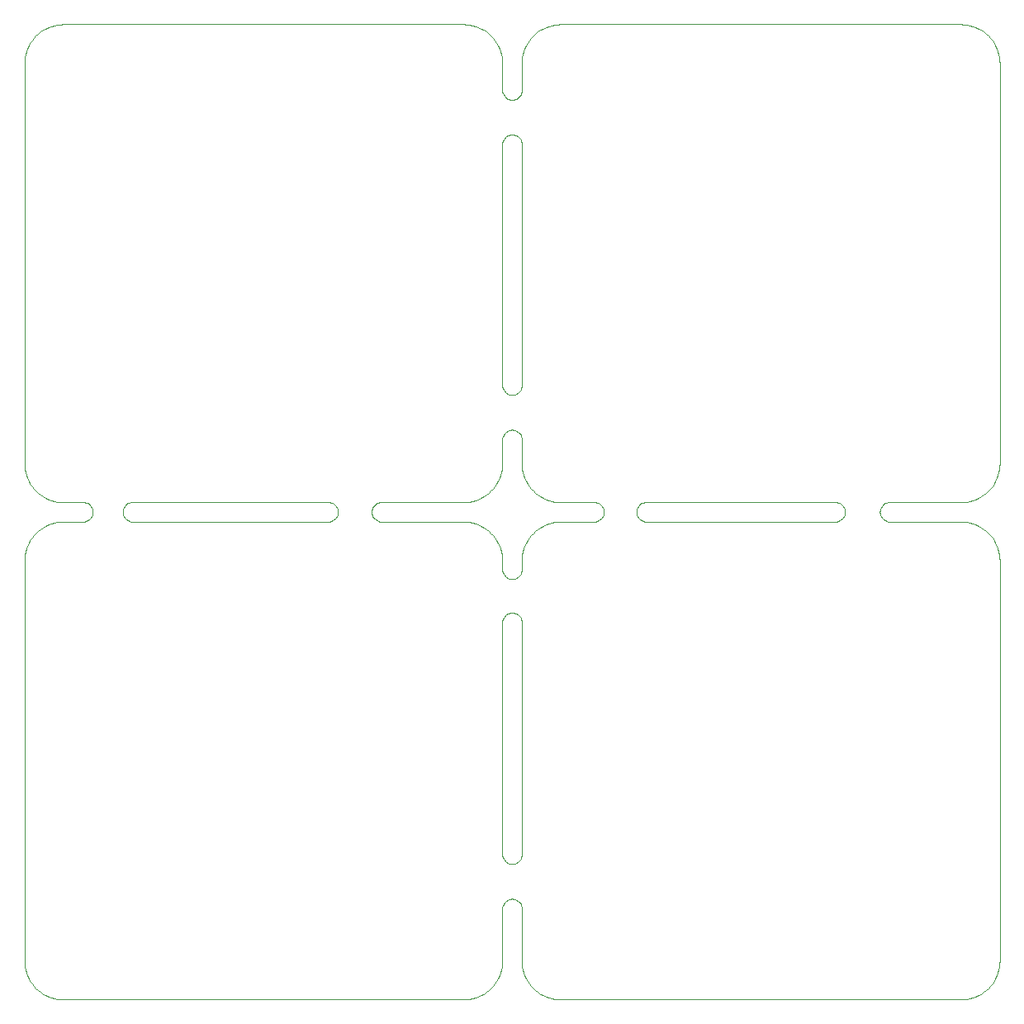
<source format=gko>
%MOIN*%
%OFA0B0*%
%FSLAX36Y36*%
%IPPOS*%
%LPD*%
%ADD10C,0*%
D10*
X000236949Y001929134D02*
X000236949Y001929134D01*
X000157479Y001929134D01*
X000145124Y001928648D01*
X000132844Y001927195D01*
X000120716Y001924782D01*
X000108815Y001921426D01*
X000097214Y001917146D01*
X000085985Y001911969D01*
X000075196Y001905927D01*
X000064915Y001899058D01*
X000055204Y001891402D01*
X000046124Y001883009D01*
X000037731Y001873928D01*
X000030075Y001864218D01*
X000023206Y001853936D01*
X000017164Y001843148D01*
X000011986Y001831918D01*
X000007707Y001820317D01*
X000004350Y001808416D01*
X000001938Y001796289D01*
X000000485Y001784009D01*
X000000000Y001771653D01*
X000000000Y000157480D01*
X000000485Y000145124D01*
X000001938Y000132845D01*
X000004350Y000120717D01*
X000007707Y000108816D01*
X000011986Y000097215D01*
X000017164Y000085985D01*
X000023206Y000075196D01*
X000030075Y000064915D01*
X000037731Y000055205D01*
X000046124Y000046125D01*
X000055204Y000037731D01*
X000064915Y000030076D01*
X000075196Y000023206D01*
X000085985Y000017164D01*
X000097214Y000011987D01*
X000108815Y000007707D01*
X000120716Y000004351D01*
X000132844Y000001938D01*
X000145124Y000000485D01*
X000157479Y000000000D01*
X001771653Y000000000D01*
X001784009Y000000485D01*
X001796288Y000001938D01*
X001808416Y000004351D01*
X001820317Y000007707D01*
X001831918Y000011987D01*
X001843147Y000017164D01*
X001853936Y000023206D01*
X001864218Y000030076D01*
X001873927Y000037731D01*
X001883008Y000046125D01*
X001891402Y000055205D01*
X001899057Y000064915D01*
X001905927Y000075196D01*
X001911969Y000085985D01*
X001917146Y000097215D01*
X001921425Y000108816D01*
X001924782Y000120717D01*
X001927194Y000132845D01*
X001928647Y000145124D01*
X001929133Y000157480D01*
X001929133Y000363974D01*
X001929133Y000363974D01*
X001929133Y000363974D01*
X001929133Y000363974D01*
X001929133Y000363975D01*
X001929133Y000363975D01*
X001929133Y000363975D01*
X001929133Y000363975D01*
X001929133Y000363975D01*
X001929133Y000363975D01*
X001929133Y000363976D01*
X001929133Y000363976D01*
X001929133Y000363976D01*
X001929133Y000363976D01*
X001929133Y000363976D01*
X001929133Y000363976D01*
X001929133Y000363977D01*
X001929133Y000363977D01*
X001929133Y000363977D01*
X001929133Y000363977D01*
X001929133Y000363977D01*
X001929133Y000367405D01*
X001929618Y000373564D01*
X001931061Y000379571D01*
X001933426Y000385278D01*
X001936654Y000390545D01*
X001940666Y000395242D01*
X001945364Y000399254D01*
X001950632Y000402482D01*
X001956339Y000404846D01*
X001962346Y000406287D01*
X001968505Y000406772D01*
X001974664Y000406287D01*
X001980671Y000404844D01*
X001986378Y000402480D01*
X001991645Y000399252D01*
X001996343Y000395240D01*
X002000355Y000390542D01*
X002003582Y000385275D01*
X002005947Y000379567D01*
X002007389Y000373560D01*
X002007873Y000367402D01*
X002007873Y000157480D01*
X002008359Y000145124D01*
X002009812Y000132845D01*
X002012224Y000120717D01*
X002015581Y000108816D01*
X002019861Y000097215D01*
X002025038Y000085985D01*
X002031080Y000075196D01*
X002037949Y000064915D01*
X002045605Y000055205D01*
X002053998Y000046125D01*
X002063078Y000037731D01*
X002072789Y000030076D01*
X002083070Y000023206D01*
X002093859Y000017164D01*
X002105088Y000011987D01*
X002116689Y000007707D01*
X002128590Y000004351D01*
X002140718Y000001938D01*
X002152998Y000000485D01*
X002165353Y000000000D01*
X003779527Y000000000D01*
X003791883Y000000485D01*
X003804162Y000001938D01*
X003816290Y000004351D01*
X003828191Y000007707D01*
X003839792Y000011987D01*
X003851021Y000017164D01*
X003861811Y000023206D01*
X003872092Y000030076D01*
X003881801Y000037731D01*
X003890882Y000046125D01*
X003899276Y000055205D01*
X003906931Y000064915D01*
X003913801Y000075196D01*
X003919843Y000085985D01*
X003925020Y000097215D01*
X003929299Y000108816D01*
X003932656Y000120717D01*
X003935068Y000132845D01*
X003936522Y000145124D01*
X003937007Y000157480D01*
X003937007Y001771653D01*
X003936522Y001784009D01*
X003935068Y001796289D01*
X003932656Y001808416D01*
X003929299Y001820317D01*
X003925020Y001831918D01*
X003919843Y001843148D01*
X003913801Y001853936D01*
X003906931Y001864218D01*
X003899276Y001873928D01*
X003890882Y001883009D01*
X003881801Y001891402D01*
X003872092Y001899058D01*
X003861811Y001905927D01*
X003851021Y001911969D01*
X003839792Y001917146D01*
X003828191Y001921426D01*
X003816290Y001924782D01*
X003804162Y001927195D01*
X003791883Y001928648D01*
X003779527Y001929134D01*
X003492121Y001929134D01*
X003485962Y001929618D01*
X003479954Y001931061D01*
X003474247Y001933425D01*
X003468979Y001936653D01*
X003464282Y001940665D01*
X003460269Y001945363D01*
X003457042Y001950630D01*
X003454677Y001956338D01*
X003453235Y001962345D01*
X003452750Y001968504D01*
X003453235Y001974663D01*
X003454677Y001980670D01*
X003457042Y001986377D01*
X003460269Y001991645D01*
X003464282Y001996343D01*
X003468979Y002000355D01*
X003474247Y002003583D01*
X003479954Y002005947D01*
X003485962Y002007389D01*
X003492121Y002007874D01*
X003495548Y002007874D01*
X003779527Y002007874D01*
X003791883Y002008359D01*
X003804162Y002009812D01*
X003816290Y002012225D01*
X003828191Y002015581D01*
X003839792Y002019861D01*
X003851021Y002025038D01*
X003861811Y002031080D01*
X003872092Y002037950D01*
X003881801Y002045605D01*
X003890882Y002053999D01*
X003899276Y002063079D01*
X003906931Y002072789D01*
X003913801Y002083071D01*
X003919843Y002093859D01*
X003925020Y002105089D01*
X003929299Y002116690D01*
X003932656Y002128591D01*
X003935068Y002140719D01*
X003936522Y002152998D01*
X003937007Y002165354D01*
X003937007Y003779527D01*
X003936522Y003791883D01*
X003935068Y003804163D01*
X003932656Y003816290D01*
X003929299Y003828191D01*
X003925020Y003839792D01*
X003919843Y003851022D01*
X003913801Y003861810D01*
X003906931Y003872092D01*
X003899276Y003881802D01*
X003890882Y003890883D01*
X003881801Y003899276D01*
X003872092Y003906932D01*
X003861811Y003913801D01*
X003851021Y003919843D01*
X003839792Y003925020D01*
X003828191Y003929300D01*
X003816290Y003932657D01*
X003804162Y003935069D01*
X003791883Y003936522D01*
X003779527Y003937008D01*
X002165353Y003937008D01*
X002152998Y003936522D01*
X002140718Y003935069D01*
X002128590Y003932657D01*
X002116689Y003929300D01*
X002105088Y003925020D01*
X002093859Y003919843D01*
X002083070Y003913801D01*
X002072789Y003906932D01*
X002063078Y003899276D01*
X002053998Y003890883D01*
X002045605Y003881802D01*
X002037949Y003872092D01*
X002031080Y003861810D01*
X002025038Y003851022D01*
X002019861Y003839792D01*
X002015581Y003828191D01*
X002012224Y003816290D01*
X002009812Y003804163D01*
X002008359Y003791883D01*
X002007873Y003779527D01*
X002007873Y003671304D01*
X002007389Y003665145D01*
X002005947Y003659138D01*
X002003582Y003653431D01*
X002000355Y003648163D01*
X001996343Y003643465D01*
X001991645Y003639453D01*
X001986378Y003636225D01*
X001980671Y003633861D01*
X001974664Y003632419D01*
X001968505Y003631934D01*
X001962346Y003632418D01*
X001956339Y003633860D01*
X001950632Y003636224D01*
X001945364Y003639451D01*
X001940666Y003643463D01*
X001936654Y003648160D01*
X001933426Y003653427D01*
X001931061Y003659135D01*
X001929618Y003665142D01*
X001929133Y003671300D01*
X001929133Y003674728D01*
X001929133Y003674728D01*
X001929133Y003674728D01*
X001929133Y003674729D01*
X001929133Y003674729D01*
X001929133Y003674729D01*
X001929133Y003674729D01*
X001929133Y003674729D01*
X001929133Y003674729D01*
X001929133Y003674730D01*
X001929133Y003674730D01*
X001929133Y003674730D01*
X001929133Y003674730D01*
X001929133Y003674730D01*
X001929133Y003674731D01*
X001929133Y003674731D01*
X001929133Y003674731D01*
X001929133Y003674731D01*
X001929133Y003674731D01*
X001929133Y003674731D01*
X001929133Y003674732D01*
X001929133Y003779527D01*
X001928647Y003791883D01*
X001927194Y003804163D01*
X001924782Y003816290D01*
X001921425Y003828191D01*
X001917146Y003839792D01*
X001911969Y003851022D01*
X001905927Y003861810D01*
X001899057Y003872092D01*
X001891402Y003881802D01*
X001883008Y003890883D01*
X001873927Y003899276D01*
X001864218Y003906932D01*
X001853936Y003913801D01*
X001843147Y003919843D01*
X001831918Y003925020D01*
X001820317Y003929300D01*
X001808416Y003932657D01*
X001796288Y003935069D01*
X001784009Y003936522D01*
X001771653Y003937008D01*
X000157479Y003937008D01*
X000145124Y003936522D01*
X000132844Y003935069D01*
X000120716Y003932657D01*
X000108815Y003929300D01*
X000097214Y003925020D01*
X000085985Y003919843D01*
X000075196Y003913801D01*
X000064915Y003906932D01*
X000055204Y003899276D01*
X000046124Y003890883D01*
X000037731Y003881802D01*
X000030075Y003872092D01*
X000023206Y003861810D01*
X000017164Y003851022D01*
X000011986Y003839792D01*
X000007707Y003828191D01*
X000004350Y003816290D01*
X000001938Y003804163D01*
X000000485Y003791883D01*
X000000000Y003779527D01*
X000000000Y002165354D01*
X000000485Y002152998D01*
X000001938Y002140719D01*
X000004350Y002128591D01*
X000007707Y002116690D01*
X000011986Y002105089D01*
X000017164Y002093859D01*
X000023206Y002083071D01*
X000030075Y002072789D01*
X000037731Y002063079D01*
X000046124Y002053999D01*
X000055204Y002045605D01*
X000064915Y002037950D01*
X000075196Y002031080D01*
X000085985Y002025038D01*
X000097214Y002019861D01*
X000108815Y002015581D01*
X000120716Y002012225D01*
X000132844Y002009812D01*
X000145124Y002008359D01*
X000157479Y002007874D01*
X000219350Y002007874D01*
X000236949Y002007874D01*
X000243108Y002007389D01*
X000249115Y002005947D01*
X000254823Y002003583D01*
X000260090Y002000355D01*
X000264788Y001996343D01*
X000268800Y001991645D01*
X000272028Y001986377D01*
X000274392Y001980670D01*
X000275835Y001974663D01*
X000276319Y001968504D01*
X000275835Y001962345D01*
X000274392Y001956338D01*
X000272028Y001950630D01*
X000268800Y001945363D01*
X000264788Y001940665D01*
X000260090Y001936653D01*
X000254823Y001933425D01*
X000249115Y001931061D01*
X000243108Y001929618D01*
X000236949Y001929134D01*
X002509450Y001929134D02*
X002509450Y001929134D01*
X002503291Y001929618D01*
X002497284Y001931061D01*
X002491576Y001933425D01*
X002486308Y001936653D01*
X002481611Y001940665D01*
X002477599Y001945363D01*
X002474371Y001950630D01*
X002472006Y001956338D01*
X002470564Y001962345D01*
X002470080Y001968504D01*
X002470564Y001974663D01*
X002472006Y001980670D01*
X002474371Y001986377D01*
X002477599Y001991645D01*
X002481611Y001996343D01*
X002486308Y002000355D01*
X002491576Y002003583D01*
X002497284Y002005947D01*
X002503291Y002007389D01*
X002509450Y002007874D01*
X002519823Y002007874D01*
X003269647Y002007874D01*
X003273075Y002007874D01*
X003279234Y002007389D01*
X003285241Y002005947D01*
X003290948Y002003583D01*
X003296216Y002000355D01*
X003300914Y001996343D01*
X003304926Y001991645D01*
X003308154Y001986377D01*
X003310518Y001980670D01*
X003311960Y001974663D01*
X003312445Y001968504D01*
X003311960Y001962345D01*
X003310518Y001956338D01*
X003308154Y001950630D01*
X003304926Y001945363D01*
X003300914Y001940665D01*
X003296216Y001936653D01*
X003290948Y001933425D01*
X003285241Y001931061D01*
X003279234Y001929618D01*
X003273075Y001929134D01*
X002509450Y001929134D01*
X001929133Y001515189D02*
X001929133Y001515189D01*
X001929133Y001515189D01*
X001929133Y001515189D01*
X001929133Y001515190D01*
X001929133Y001515190D01*
X001929133Y001515190D01*
X001929133Y001515190D01*
X001929133Y001515190D01*
X001929133Y001515190D01*
X001929133Y001515190D01*
X001929133Y001515190D01*
X001929133Y001515190D01*
X001929133Y001515190D01*
X001929133Y001515190D01*
X001929133Y001515190D01*
X001929133Y001515191D01*
X001929133Y001515191D01*
X001929133Y001515191D01*
X001929133Y001515191D01*
X001929133Y001515191D01*
X001929133Y001515191D01*
X001929133Y001522069D01*
X001929618Y001528228D01*
X001931061Y001534235D01*
X001933425Y001539942D01*
X001936653Y001545209D01*
X001940665Y001549907D01*
X001945363Y001553919D01*
X001950631Y001557147D01*
X001956338Y001559511D01*
X001962345Y001560953D01*
X001968504Y001561437D01*
X001974663Y001560952D01*
X001980670Y001559510D01*
X001986377Y001557146D01*
X001991645Y001553918D01*
X001996342Y001549906D01*
X002000355Y001545208D01*
X002003582Y001539941D01*
X002005946Y001534233D01*
X002007389Y001528226D01*
X002007873Y001522067D01*
X002007873Y000586447D01*
X002007389Y000580289D01*
X002005947Y000574282D01*
X002003582Y000568574D01*
X002000355Y000563307D01*
X001996343Y000558609D01*
X001991645Y000554597D01*
X001986378Y000551369D01*
X001980671Y000549005D01*
X001974664Y000547562D01*
X001968505Y000547077D01*
X001962346Y000547562D01*
X001956339Y000549004D01*
X001950632Y000551367D01*
X001945364Y000554595D01*
X001940666Y000558607D01*
X001936654Y000563304D01*
X001933426Y000568571D01*
X001931061Y000574278D01*
X001929618Y000580285D01*
X001929133Y000586444D01*
X001929133Y000589872D01*
X001929133Y000589872D01*
X001929133Y000589872D01*
X001929133Y000589872D01*
X001929133Y000589873D01*
X001929133Y000589873D01*
X001929133Y000589873D01*
X001929133Y000589873D01*
X001929133Y000589873D01*
X001929133Y000589873D01*
X001929133Y000589874D01*
X001929133Y000589874D01*
X001929133Y000589874D01*
X001929133Y000589874D01*
X001929133Y000589874D01*
X001929133Y000589874D01*
X001929133Y000589875D01*
X001929133Y000589875D01*
X001929133Y000589875D01*
X001929133Y000589875D01*
X001929133Y000589875D01*
X001929133Y001515189D01*
X000436018Y001929134D02*
X000436018Y001929134D01*
X000429859Y001929618D01*
X000423852Y001931061D01*
X000418145Y001933425D01*
X000412877Y001936653D01*
X000408179Y001940665D01*
X000404167Y001945363D01*
X000400939Y001950630D01*
X000398575Y001956338D01*
X000397133Y001962345D01*
X000396648Y001968504D01*
X000397133Y001974663D01*
X000398575Y001980670D01*
X000400939Y001986377D01*
X000404167Y001991645D01*
X000408179Y001996343D01*
X000412877Y002000355D01*
X000418145Y002003583D01*
X000423852Y002005947D01*
X000429859Y002007389D01*
X000436018Y002007874D01*
X000453617Y002007874D01*
X001219779Y002007874D01*
X001226657Y002007874D01*
X001232816Y002007389D01*
X001238823Y002005947D01*
X001244531Y002003583D01*
X001249798Y002000355D01*
X001254496Y001996343D01*
X001258508Y001991645D01*
X001261736Y001986377D01*
X001264100Y001980670D01*
X001265542Y001974663D01*
X001266027Y001968504D01*
X001265542Y001962345D01*
X001264100Y001956338D01*
X001261736Y001950630D01*
X001258508Y001945363D01*
X001254496Y001940665D01*
X001249798Y001936653D01*
X001244531Y001933425D01*
X001238823Y001931061D01*
X001232816Y001929618D01*
X001226657Y001929134D01*
X000436018Y001929134D01*
X001929133Y002257504D02*
X001929133Y002257504D01*
X001929133Y002257504D01*
X001929133Y002257505D01*
X001929133Y002257505D01*
X001929133Y002257505D01*
X001929133Y002257505D01*
X001929133Y002257505D01*
X001929133Y002257505D01*
X001929133Y002257506D01*
X001929133Y002257506D01*
X001929133Y002257506D01*
X001929133Y002257506D01*
X001929133Y002257506D01*
X001929133Y002257506D01*
X001929133Y002257507D01*
X001929133Y002257507D01*
X001929133Y002257507D01*
X001929133Y002257507D01*
X001929133Y002257507D01*
X001929133Y002257507D01*
X001929133Y002257508D01*
X001929133Y002260936D01*
X001929618Y002267094D01*
X001931061Y002273101D01*
X001933426Y002278808D01*
X001936654Y002284075D01*
X001940666Y002288773D01*
X001945364Y002292785D01*
X001950632Y002296012D01*
X001956339Y002298376D01*
X001962346Y002299818D01*
X001968505Y002300302D01*
X001974664Y002299817D01*
X001980671Y002298375D01*
X001986378Y002296011D01*
X001991645Y002292783D01*
X001996343Y002288770D01*
X002000355Y002284073D01*
X002003582Y002278805D01*
X002005947Y002273098D01*
X002007389Y002267091D01*
X002007873Y002260932D01*
X002007873Y002165354D01*
X002008359Y002152998D01*
X002009812Y002140719D01*
X002012224Y002128591D01*
X002015581Y002116690D01*
X002019861Y002105089D01*
X002025038Y002093859D01*
X002031080Y002083071D01*
X002037949Y002072789D01*
X002045605Y002063079D01*
X002053998Y002053999D01*
X002063078Y002045605D01*
X002072789Y002037950D01*
X002083070Y002031080D01*
X002093859Y002025038D01*
X002105088Y002019861D01*
X002116689Y002015581D01*
X002128590Y002012225D01*
X002140718Y002009812D01*
X002152998Y002008359D01*
X002165353Y002007874D01*
X002288886Y002007874D01*
X002299259Y002007874D01*
X002305418Y002007389D01*
X002311425Y002005947D01*
X002317133Y002003583D01*
X002322400Y002000355D01*
X002327098Y001996343D01*
X002331110Y001991645D01*
X002334338Y001986377D01*
X002336702Y001980670D01*
X002338145Y001974663D01*
X002338629Y001968504D01*
X002338145Y001962345D01*
X002336702Y001956338D01*
X002334338Y001950630D01*
X002331110Y001945363D01*
X002327098Y001940665D01*
X002322400Y001936653D01*
X002317133Y001933425D01*
X002311425Y001931061D01*
X002305418Y001929618D01*
X002299259Y001929134D01*
X002165353Y001929134D01*
X002152998Y001928648D01*
X002140718Y001927195D01*
X002128590Y001924782D01*
X002116689Y001921426D01*
X002105088Y001917146D01*
X002093859Y001911969D01*
X002083070Y001905927D01*
X002072789Y001899058D01*
X002063078Y001891402D01*
X002053998Y001883009D01*
X002045605Y001873928D01*
X002037949Y001864218D01*
X002031080Y001853936D01*
X002025038Y001843148D01*
X002019861Y001831918D01*
X002015581Y001820317D01*
X002012224Y001808416D01*
X002009812Y001796289D01*
X002008359Y001784009D01*
X002007873Y001771653D01*
X002007873Y001736949D01*
X002007389Y001730791D01*
X002005946Y001724783D01*
X002003582Y001719076D01*
X002000355Y001713808D01*
X001996342Y001709111D01*
X001991645Y001705099D01*
X001986377Y001701871D01*
X001980670Y001699506D01*
X001974663Y001698064D01*
X001968504Y001697579D01*
X001962345Y001698064D01*
X001956338Y001699506D01*
X001950631Y001701870D01*
X001945363Y001705098D01*
X001940665Y001709110D01*
X001936653Y001713807D01*
X001933425Y001719074D01*
X001931061Y001724782D01*
X001929618Y001730789D01*
X001929133Y001736948D01*
X001929133Y001743826D01*
X001929133Y001743826D01*
X001929133Y001743826D01*
X001929133Y001743826D01*
X001929133Y001743826D01*
X001929133Y001743826D01*
X001929133Y001743826D01*
X001929133Y001743826D01*
X001929133Y001743826D01*
X001929133Y001743826D01*
X001929133Y001743826D01*
X001929133Y001743826D01*
X001929133Y001743827D01*
X001929133Y001743827D01*
X001929133Y001743827D01*
X001929133Y001743827D01*
X001929133Y001743827D01*
X001929133Y001743827D01*
X001929133Y001743827D01*
X001929133Y001743827D01*
X001929133Y001743827D01*
X001929133Y001771653D01*
X001928647Y001784009D01*
X001927194Y001796289D01*
X001924782Y001808416D01*
X001921425Y001820317D01*
X001917146Y001831918D01*
X001911969Y001843148D01*
X001905927Y001853936D01*
X001899057Y001864218D01*
X001891402Y001873928D01*
X001883008Y001883009D01*
X001873927Y001891402D01*
X001864218Y001899058D01*
X001853936Y001905927D01*
X001843147Y001911969D01*
X001831918Y001917146D01*
X001820317Y001921426D01*
X001808416Y001924782D01*
X001796288Y001927195D01*
X001784009Y001928648D01*
X001771653Y001929134D01*
X001441539Y001929134D01*
X001435380Y001929618D01*
X001429373Y001931061D01*
X001423666Y001933425D01*
X001418398Y001936653D01*
X001413700Y001940665D01*
X001409688Y001945363D01*
X001406460Y001950630D01*
X001404096Y001956338D01*
X001402654Y001962345D01*
X001402169Y001968504D01*
X001402654Y001974663D01*
X001404096Y001980670D01*
X001406460Y001986377D01*
X001409688Y001991645D01*
X001413700Y001996343D01*
X001418398Y002000355D01*
X001423666Y002003583D01*
X001429373Y002005947D01*
X001435380Y002007389D01*
X001441539Y002007874D01*
X001448417Y002007874D01*
X001771653Y002007874D01*
X001784009Y002008359D01*
X001796288Y002009812D01*
X001808416Y002012225D01*
X001820317Y002015581D01*
X001831918Y002019861D01*
X001843147Y002025038D01*
X001853936Y002031080D01*
X001864218Y002037950D01*
X001873927Y002045605D01*
X001883008Y002053999D01*
X001891402Y002063079D01*
X001899057Y002072789D01*
X001905927Y002083071D01*
X001911969Y002093859D01*
X001917146Y002105089D01*
X001921425Y002116690D01*
X001924782Y002128591D01*
X001927194Y002140719D01*
X001928647Y002152998D01*
X001929133Y002165354D01*
X001929133Y002257504D01*
X001929133Y003448830D02*
X001929133Y003448830D01*
X001929133Y003448830D01*
X001929133Y003448830D01*
X001929133Y003448831D01*
X001929133Y003448831D01*
X001929133Y003448831D01*
X001929133Y003448831D01*
X001929133Y003448831D01*
X001929133Y003448831D01*
X001929133Y003448832D01*
X001929133Y003448832D01*
X001929133Y003448832D01*
X001929133Y003448832D01*
X001929133Y003448832D01*
X001929133Y003448833D01*
X001929133Y003448833D01*
X001929133Y003448833D01*
X001929133Y003448833D01*
X001929133Y003448833D01*
X001929133Y003448833D01*
X001929133Y003448834D01*
X001929133Y003452261D01*
X001929618Y003458420D01*
X001931061Y003464427D01*
X001933426Y003470134D01*
X001936654Y003475401D01*
X001940666Y003480099D01*
X001945364Y003484110D01*
X001950632Y003487338D01*
X001956339Y003489702D01*
X001962346Y003491144D01*
X001968505Y003491628D01*
X001974664Y003491143D01*
X001980671Y003489701D01*
X001986378Y003487336D01*
X001991645Y003484108D01*
X001996343Y003480096D01*
X002000355Y003475399D01*
X002003582Y003470131D01*
X002005947Y003464424D01*
X002007389Y003458417D01*
X002007873Y003452258D01*
X002007873Y002479978D01*
X002007389Y002473819D01*
X002005947Y002467812D01*
X002003582Y002462105D01*
X002000355Y002456837D01*
X001996343Y002452140D01*
X001991645Y002448127D01*
X001986378Y002444899D01*
X001980671Y002442535D01*
X001974664Y002441093D01*
X001968505Y002440608D01*
X001962346Y002441092D01*
X001956339Y002442534D01*
X001950632Y002444898D01*
X001945364Y002448125D01*
X001940666Y002452137D01*
X001936654Y002456834D01*
X001933426Y002462102D01*
X001931061Y002467809D01*
X001929618Y002473816D01*
X001929133Y002479974D01*
X001929133Y002483402D01*
X001929133Y002483402D01*
X001929133Y002483403D01*
X001929133Y002483403D01*
X001929133Y002483403D01*
X001929133Y002483403D01*
X001929133Y002483403D01*
X001929133Y002483403D01*
X001929133Y002483404D01*
X001929133Y002483404D01*
X001929133Y002483404D01*
X001929133Y002483404D01*
X001929133Y002483404D01*
X001929133Y002483404D01*
X001929133Y002483405D01*
X001929133Y002483405D01*
X001929133Y002483405D01*
X001929133Y002483405D01*
X001929133Y002483405D01*
X001929133Y002483405D01*
X001929133Y002483406D01*
X001929133Y003448830D01*
M02*
</source>
